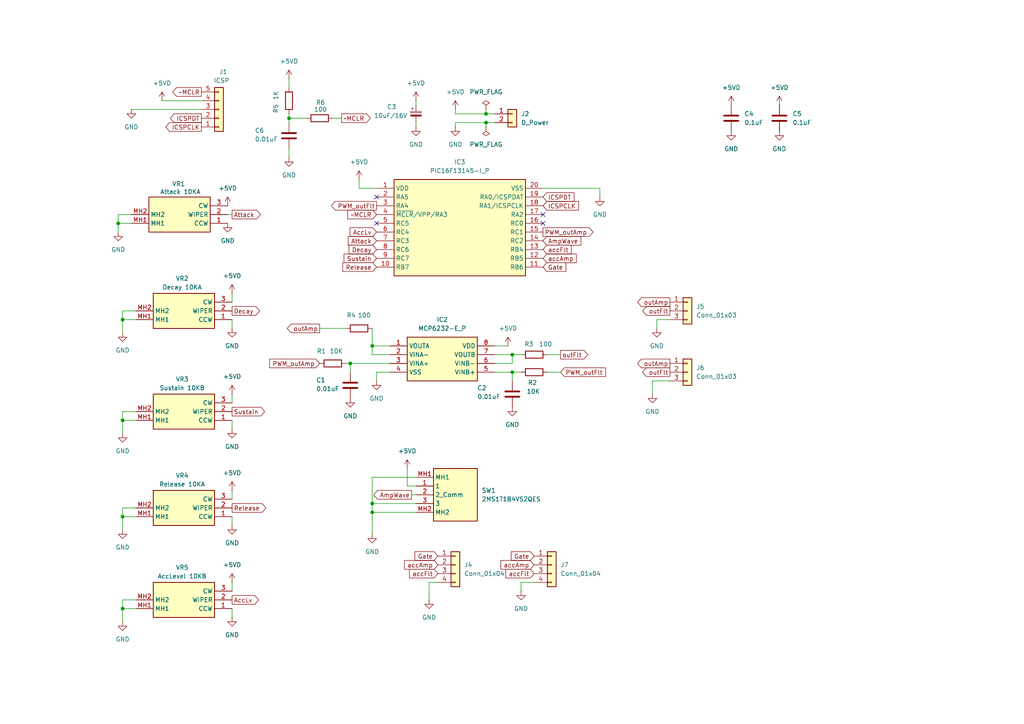
<source format=kicad_sch>
(kicad_sch (version 20250114) (generator "eeschema") (generator_version "9.0")
  (paper "A4")
  (lib_symbols
    (symbol "Connector_Generic:Conn_01x02" (pin_names (offset 1.016) (hide yes))
      (property "Reference" "J" (at 0 2.54 0))
      (property "Value" "Conn_01x02" (at 0 -5.08 0))
      (symbol "Conn_01x02_1_1"
        (rectangle (start -1.27 1.27) (end 1.27 -3.81) (stroke (width 0.254)) (fill (type background)))
        (rectangle (start -1.27 0.127) (end 0 -0.127) (stroke (width 0.1524)))
        (rectangle (start -1.27 -2.413) (end 0 -2.667) (stroke (width 0.1524)))
        (pin passive line (at -5.08 0 0) (length 3.81) (name "Pin_1") (number "1"))
        (pin passive line (at -5.08 -2.54 0) (length 3.81) (name "Pin_2") (number "2"))
      )
    )
    (symbol "Connector_Generic:Conn_01x03" (pin_names (offset 1.016) (hide yes))
      (property "Reference" "J" (at 0 5.08 0))
      (property "Value" "Conn_01x03" (at 0 -5.08 0))
      (symbol "Conn_01x03_1_1"
        (rectangle (start -1.27 3.81) (end 1.27 -3.81) (stroke (width 0.254)) (fill (type background)))
        (rectangle (start -1.27 2.667) (end 0 2.413) (stroke (width 0.1524)))
        (rectangle (start -1.27 0.127) (end 0 -0.127) (stroke (width 0.1524)))
        (rectangle (start -1.27 -2.413) (end 0 -2.667) (stroke (width 0.1524)))
        (pin passive line (at -5.08 2.54 0) (length 3.81) (name "Pin_1") (number "1"))
        (pin passive line (at -5.08 0 0) (length 3.81) (name "Pin_2") (number "2"))
        (pin passive line (at -5.08 -2.54 0) (length 3.81) (name "Pin_3") (number "3"))
      )
    )
    (symbol "Connector_Generic:Conn_01x04" (pin_names (offset 1.016) (hide yes))
      (property "Reference" "J" (at 0 5.08 0))
      (property "Value" "Conn_01x04" (at 0 -7.62 0))
      (symbol "Conn_01x04_1_1"
        (rectangle (start -1.27 3.81) (end 1.27 -6.35) (stroke (width 0.254)) (fill (type background)))
        (rectangle (start -1.27 2.667) (end 0 2.413) (stroke (width 0.1524)))
        (rectangle (start -1.27 0.127) (end 0 -0.127) (stroke (width 0.1524)))
        (rectangle (start -1.27 -2.413) (end 0 -2.667) (stroke (width 0.1524)))
        (rectangle (start -1.27 -4.953) (end 0 -5.207) (stroke (width 0.1524)))
        (pin passive line (at -5.08 2.54 0) (length 3.81) (name "Pin_1") (number "1"))
        (pin passive line (at -5.08 0 0) (length 3.81) (name "Pin_2") (number "2"))
        (pin passive line (at -5.08 -2.54 0) (length 3.81) (name "Pin_3") (number "3"))
        (pin passive line (at -5.08 -5.08 0) (length 3.81) (name "Pin_4") (number "4"))
      )
    )
    (symbol "Connector_Generic:Conn_01x05" (pin_names (offset 1.016) (hide yes))
      (property "Reference" "J" (at 0 7.62 0))
      (property "Value" "Conn_01x05" (at 0 -7.62 0))
      (symbol "Conn_01x05_1_1"
        (rectangle (start -1.27 6.35) (end 1.27 -6.35) (stroke (width 0.254)) (fill (type background)))
        (rectangle (start -1.27 5.207) (end 0 4.953) (stroke (width 0.1524)))
        (rectangle (start -1.27 2.667) (end 0 2.413) (stroke (width 0.1524)))
        (rectangle (start -1.27 0.127) (end 0 -0.127) (stroke (width 0.1524)))
        (rectangle (start -1.27 -2.413) (end 0 -2.667) (stroke (width 0.1524)))
        (rectangle (start -1.27 -4.953) (end 0 -5.207) (stroke (width 0.1524)))
        (pin passive line (at -5.08 5.08 0) (length 3.81) (name "Pin_1") (number "1"))
        (pin passive line (at -5.08 2.54 0) (length 3.81) (name "Pin_2") (number "2"))
        (pin passive line (at -5.08 0 0) (length 3.81) (name "Pin_3") (number "3"))
        (pin passive line (at -5.08 -2.54 0) (length 3.81) (name "Pin_4") (number "4"))
        (pin passive line (at -5.08 -5.08 0) (length 3.81) (name "Pin_5") (number "5"))
      )
    )
    (symbol "Device:C" (pin_numbers (hide yes)) (pin_names (offset 0.254))
      (property "Reference" "C" (at 0.635 2.54 0))
      (property "Value" "C" (at 0.635 -2.54 0))
      (symbol "C_0_1"
        (polyline (pts (xy -2.032 0.762) (xy 2.032 0.762)) (stroke (width 0.508)))
        (polyline (pts (xy -2.032 -0.762) (xy 2.032 -0.762)) (stroke (width 0.508)))
      )
      (symbol "C_1_1"
        (pin passive line (at 0 3.81 270) (length 2.794) (name "~") (number "1"))
        (pin passive line (at 0 -3.81 90) (length 2.794) (name "~") (number "2"))
      )
    )
    (symbol "Device:C_Polarized_Small" (pin_numbers (hide yes)) (pin_names (offset 0.254) (hide yes))
      (property "Reference" "C" (at 0.254 1.778 0))
      (property "Value" "C_Polarized_Small" (at 0.254 -2.032 0))
      (symbol "C_Polarized_Small_0_1"
        (rectangle (start -1.524 0.6858) (end 1.524 0.3048))
        (rectangle (start -1.524 -0.3048) (end 1.524 -0.6858) (fill (type outline)))
        (polyline (pts (xy -1.27 1.524) (xy -0.762 1.524)))
        (polyline (pts (xy -1.016 1.27) (xy -1.016 1.778)))
      )
      (symbol "C_Polarized_Small_1_1"
        (pin passive line (at 0 2.54 270) (length 1.8542) (name "~") (number "1"))
        (pin passive line (at 0 -2.54 90) (length 1.8542) (name "~") (number "2"))
      )
    )
    (symbol "Device:R" (pin_numbers (hide yes)) (pin_names (offset 0))
      (property "Reference" "R" (at 2.032 0 90))
      (property "Value" "R" (at 0 0 90))
      (symbol "R_0_1"
        (rectangle (start -1.016 -2.54) (end 1.016 2.54) (stroke (width 0.254)))
      )
      (symbol "R_1_1"
        (pin passive line (at 0 3.81 270) (length 1.27) (name "~") (number "1"))
        (pin passive line (at 0 -3.81 90) (length 1.27) (name "~") (number "2"))
      )
    )
    (symbol "SamacSys_Parts:2MS1T1B4VS2QES"
      (property "Reference" "IC" (at 19.05 7.62 0))
      (property "Value" "2MS1T1B4VS2QES" (at 19.05 5.08 0))
      (symbol "2MS1T1B4VS2QES_1_1"
        (rectangle (start 5.08 2.54) (end 17.78 -12.7) (stroke (width 0.254)) (fill (type background)))
        (pin passive line (at 0 0 0) (length 5.08) (name "MH1") (number "MH1"))
        (pin passive line (at 0 -2.54 0) (length 5.08) (name "1") (number "1"))
        (pin passive line (at 0 -5.08 0) (length 5.08) (name "2_Comm") (number "2"))
        (pin passive line (at 0 -7.62 0) (length 5.08) (name "3") (number "3"))
        (pin passive line (at 0 -10.16 0) (length 5.08) (name "MH2") (number "MH2"))
      )
    )
    (symbol "SamacSys_Parts:MCP6232-E_P"
      (property "Reference" "IC" (at 26.67 7.62 0))
      (property "Value" "MCP6232-E_P" (at 26.67 5.08 0))
      (symbol "MCP6232-E_P_1_1"
        (rectangle (start 5.08 2.54) (end 25.4 -10.16) (stroke (width 0.254)) (fill (type background)))
        (pin passive line (at 0 0 0) (length 5.08) (name "VOUTA") (number "1"))
        (pin passive line (at 0 -2.54 0) (length 5.08) (name "VINA-") (number "2"))
        (pin passive line (at 0 -5.08 0) (length 5.08) (name "VINA+") (number "3"))
        (pin passive line (at 0 -7.62 0) (length 5.08) (name "VSS") (number "4"))
        (pin passive line (at 30.48 0 180) (length 5.08) (name "VDD") (number "8"))
        (pin passive line (at 30.48 -2.54 180) (length 5.08) (name "VOUTB") (number "7"))
        (pin passive line (at 30.48 -5.08 180) (length 5.08) (name "VINB-") (number "6"))
        (pin passive line (at 30.48 -7.62 180) (length 5.08) (name "VINB+") (number "5"))
      )
    )
    (symbol "SamacSys_Parts:PIC16F13145-I_P"
      (property "Reference" "IC" (at 44.45 7.62 0))
      (property "Value" "PIC16F13145-I_P" (at 44.45 5.08 0))
      (symbol "PIC16F13145-I_P_1_1"
        (rectangle (start 5.08 2.54) (end 43.18 -25.4) (stroke (width 0.254)) (fill (type background)))
        (pin passive line (at 0 0 0) (length 5.08) (name "VDD") (number "1"))
        (pin passive line (at 0 -2.54 0) (length 5.08) (name "RA5") (number "2"))
        (pin passive line (at 0 -5.08 0) (length 5.08) (name "RA4") (number "3"))
        (pin passive line (at 0 -7.62 0) (length 5.08) (name "~{MCLR}/VPP/RA3") (number "4"))
        (pin passive line (at 0 -10.16 0) (length 5.08) (name "RC5") (number "5"))
        (pin passive line (at 0 -12.7 0) (length 5.08) (name "RC4") (number "6"))
        (pin passive line (at 0 -15.24 0) (length 5.08) (name "RC3") (number "7"))
        (pin passive line (at 0 -17.78 0) (length 5.08) (name "RC6") (number "8"))
        (pin passive line (at 0 -20.32 0) (length 5.08) (name "RC7") (number "9"))
        (pin passive line (at 0 -22.86 0) (length 5.08) (name "RB7") (number "10"))
        (pin passive line (at 48.26 0 180) (length 5.08) (name "VSS") (number "20"))
        (pin passive line (at 48.26 -2.54 180) (length 5.08) (name "RA0/ICSPDAT") (number "19"))
        (pin passive line (at 48.26 -5.08 180) (length 5.08) (name "RA1/ICSPCLK") (number "18"))
        (pin passive line (at 48.26 -7.62 180) (length 5.08) (name "RA2") (number "17"))
        (pin passive line (at 48.26 -10.16 180) (length 5.08) (name "RC0") (number "16"))
        (pin passive line (at 48.26 -12.7 180) (length 5.08) (name "RC1") (number "15"))
        (pin passive line (at 48.26 -15.24 180) (length 5.08) (name "RC2") (number "14"))
        (pin passive line (at 48.26 -17.78 180) (length 5.08) (name "RB4") (number "13"))
        (pin passive line (at 48.26 -20.32 180) (length 5.08) (name "RB5") (number "12"))
        (pin passive line (at 48.26 -22.86 180) (length 5.08) (name "RB6") (number "11"))
      )
    )
    (symbol "SamacSys_Parts:RK09D117000B"
      (property "Reference" "VR" (at 24.13 7.62 0))
      (property "Value" "RK09D117000B" (at 24.13 5.08 0))
      (symbol "RK09D117000B_1_1"
        (rectangle (start 5.08 2.54) (end 22.86 -7.62) (stroke (width 0.254)) (fill (type background)))
        (pin passive line (at 0 0 0) (length 5.08) (name "CCW") (number "1"))
        (pin passive line (at 0 -2.54 0) (length 5.08) (name "WIPER") (number "2"))
        (pin passive line (at 0 -5.08 0) (length 5.08) (name "CW") (number "3"))
        (pin passive line (at 27.94 0 180) (length 5.08) (name "MH1") (number "MH1"))
        (pin passive line (at 27.94 -2.54 180) (length 5.08) (name "MH2") (number "MH2"))
      )
    )
    (symbol "power:+5VD" (power) (pin_numbers (hide yes)) (pin_names (offset 0) (hide yes))
      (property "Value" "+5VD" (at 0 3.556 0))
      (symbol "+5VD_0_1"
        (polyline (pts (xy -0.762 1.27) (xy 0 2.54)))
        (polyline (pts (xy 0 2.54) (xy 0.762 1.27)))
        (polyline (pts (xy 0 0) (xy 0 2.54)))
      )
      (symbol "+5VD_1_1"
        (pin power_in line (at 0 0 90) (length 0) (name "~") (number "1"))
      )
    )
    (symbol "power:GND" (power) (pin_numbers (hide yes)) (pin_names (offset 0) (hide yes))
      (property "Value" "GND" (at 0 -3.81 0))
      (symbol "GND_0_1"
        (polyline (pts (xy 0 0) (xy 0 -1.27) (xy 1.27 -1.27) (xy 0 -2.54) (xy -1.27 -1.27) (xy 0 -1.27)))
      )
      (symbol "GND_1_1"
        (pin power_in line (at 0 0 270) (length 0) (name "~") (number "1"))
      )
    )
    (symbol "power:PWR_FLAG" (power) (pin_numbers (hide yes)) (pin_names (offset 0) (hide yes))
      (property "Value" "PWR_FLAG" (at 0 3.81 0))
      (symbol "PWR_FLAG_0_0"
        (pin power_out line (at 0 0 90) (length 0) (name "~") (number "1"))
      )
      (symbol "PWR_FLAG_0_1"
        (polyline (pts (xy 0 0) (xy 0 1.27) (xy -1.016 1.905) (xy 0 2.54) (xy 1.016 1.905) (xy 0 1.27)))
      )
    )
  )
  (junction (at 34.29 64.77))
  (junction (at 35.56 176.53))
  (junction (at 140.97 33.02))
  (junction (at 35.56 149.86))
  (junction (at 107.95 100.33))
  (junction (at 83.82 34.29))
  (junction (at 140.97 35.56))
  (junction (at 148.59 107.95))
  (junction (at 148.59 102.87))
  (junction (at 35.56 92.71))
  (junction (at 107.95 146.05))
  (junction (at 35.56 121.92))
  (junction (at 107.95 148.59))
  (junction (at 101.6 105.41))
  (no_connect (at 157.48 62.23))
  (no_connect (at 109.22 57.15))
  (no_connect (at 109.22 64.77))
  (no_connect (at 157.48 64.77))
  (wire (pts (xy 162.56 107.95) (xy 158.75 107.95)))
  (wire (pts (xy 39.37 176.53) (xy 35.56 176.53)))
  (wire (pts (xy 119.38 143.51) (xy 120.65 143.51)))
  (wire (pts (xy 35.56 119.38) (xy 35.56 121.92)))
  (wire (pts (xy 151.13 102.87) (xy 148.59 102.87)))
  (wire (pts (xy 140.97 35.56) (xy 132.08 35.56)))
  (wire (pts (xy 113.03 102.87) (xy 107.95 102.87)))
  (wire (pts (xy 107.95 100.33) (xy 113.03 100.33)))
  (wire (pts (xy 173.99 57.15) (xy 173.99 54.61)))
  (wire (pts (xy 100.33 105.41) (xy 101.6 105.41)))
  (wire (pts (xy 132.08 33.02) (xy 132.08 31.75)))
  (wire (pts (xy 101.6 105.41) (xy 113.03 105.41)))
  (wire (pts (xy 132.08 35.56) (xy 132.08 36.83)))
  (wire (pts (xy 107.95 146.05) (xy 107.95 148.59)))
  (wire (pts (xy 148.59 102.87) (xy 143.51 102.87)))
  (wire (pts (xy 124.46 168.91) (xy 127 168.91)))
  (wire (pts (xy 190.5 92.71) (xy 194.31 92.71)))
  (wire (pts (xy 39.37 147.32) (xy 35.56 147.32)))
  (wire (pts (xy 143.51 105.41) (xy 148.59 105.41)))
  (wire (pts (xy 190.5 92.71) (xy 190.5 95.25)))
  (wire (pts (xy 148.59 107.95) (xy 148.59 110.49)))
  (wire (pts (xy 189.23 110.49) (xy 189.23 114.3)))
  (wire (pts (xy 39.37 121.92) (xy 35.56 121.92)))
  (wire (pts (xy 162.56 102.87) (xy 158.75 102.87)))
  (wire (pts (xy 35.56 176.53) (xy 35.56 180.34)))
  (wire (pts (xy 109.22 54.61) (xy 104.14 54.61)))
  (wire (pts (xy 67.31 142.24) (xy 67.31 144.78)))
  (wire (pts (xy 83.82 34.29) (xy 83.82 35.56)))
  (wire (pts (xy 140.97 36.83) (xy 140.97 35.56)))
  (wire (pts (xy 39.37 173.99) (xy 35.56 173.99)))
  (wire (pts (xy 124.46 173.99) (xy 124.46 168.91)))
  (wire (pts (xy 107.95 102.87) (xy 107.95 100.33)))
  (wire (pts (xy 39.37 149.86) (xy 35.56 149.86)))
  (wire (pts (xy 143.51 33.02) (xy 140.97 33.02)))
  (wire (pts (xy 39.37 92.71) (xy 35.56 92.71)))
  (wire (pts (xy 83.82 43.18) (xy 83.82 45.72)))
  (wire (pts (xy 34.29 62.23) (xy 34.29 64.77)))
  (wire (pts (xy 38.1 64.77) (xy 34.29 64.77)))
  (wire (pts (xy 35.56 121.92) (xy 35.56 125.73)))
  (wire (pts (xy 67.31 85.09) (xy 67.31 87.63)))
  (wire (pts (xy 67.31 92.71) (xy 67.31 95.25)))
  (wire (pts (xy 107.95 146.05) (xy 120.65 146.05)))
  (wire (pts (xy 107.95 138.43) (xy 107.95 146.05)))
  (wire (pts (xy 35.56 147.32) (xy 35.56 149.86)))
  (wire (pts (xy 83.82 22.86) (xy 83.82 25.4)))
  (wire (pts (xy 120.65 140.97) (xy 118.11 140.97)))
  (wire (pts (xy 107.95 95.25) (xy 107.95 100.33)))
  (wire (pts (xy 143.51 100.33) (xy 147.32 100.33)))
  (wire (pts (xy 140.97 33.02) (xy 132.08 33.02)))
  (wire (pts (xy 107.95 138.43) (xy 120.65 138.43)))
  (wire (pts (xy 101.6 105.41) (xy 101.6 107.95)))
  (wire (pts (xy 38.1 62.23) (xy 34.29 62.23)))
  (wire (pts (xy 148.59 107.95) (xy 151.13 107.95)))
  (wire (pts (xy 83.82 33.02) (xy 83.82 34.29)))
  (wire (pts (xy 109.22 107.95) (xy 109.22 110.49)))
  (wire (pts (xy 120.65 36.83) (xy 120.65 35.56)))
  (wire (pts (xy 46.99 29.21) (xy 58.42 29.21)))
  (wire (pts (xy 67.31 168.91) (xy 67.31 171.45)))
  (wire (pts (xy 151.13 171.45) (xy 151.13 168.91)))
  (wire (pts (xy 140.97 31.75) (xy 140.97 33.02)))
  (wire (pts (xy 39.37 90.17) (xy 35.56 90.17)))
  (wire (pts (xy 118.11 140.97) (xy 118.11 135.89)))
  (wire (pts (xy 35.56 92.71) (xy 35.56 96.52)))
  (wire (pts (xy 96.52 34.29) (xy 99.06 34.29)))
  (wire (pts (xy 194.31 110.49) (xy 189.23 110.49)))
  (wire (pts (xy 38.1 31.75) (xy 58.42 31.75)))
  (wire (pts (xy 67.31 62.23) (xy 66.04 62.23)))
  (wire (pts (xy 35.56 149.86) (xy 35.56 153.67)))
  (wire (pts (xy 143.51 35.56) (xy 140.97 35.56)))
  (wire (pts (xy 92.71 95.25) (xy 100.33 95.25)))
  (wire (pts (xy 151.13 168.91) (xy 154.94 168.91)))
  (wire (pts (xy 67.31 149.86) (xy 67.31 152.4)))
  (wire (pts (xy 67.31 114.3) (xy 67.31 116.84)))
  (wire (pts (xy 157.48 54.61) (xy 173.99 54.61)))
  (wire (pts (xy 35.56 173.99) (xy 35.56 176.53)))
  (wire (pts (xy 34.29 64.77) (xy 34.29 67.31)))
  (wire (pts (xy 67.31 121.92) (xy 67.31 124.46)))
  (wire (pts (xy 83.82 34.29) (xy 88.9 34.29)))
  (wire (pts (xy 67.31 176.53) (xy 67.31 179.07)))
  (wire (pts (xy 148.59 105.41) (xy 148.59 102.87)))
  (wire (pts (xy 104.14 54.61) (xy 104.14 52.07)))
  (wire (pts (xy 35.56 90.17) (xy 35.56 92.71)))
  (wire (pts (xy 143.51 107.95) (xy 148.59 107.95)))
  (wire (pts (xy 107.95 148.59) (xy 120.65 148.59)))
  (wire (pts (xy 120.65 29.21) (xy 120.65 30.48)))
  (wire (pts (xy 113.03 107.95) (xy 109.22 107.95)))
  (wire (pts (xy 107.95 148.59) (xy 107.95 154.94)))
  (wire (pts (xy 39.37 119.38) (xy 35.56 119.38)))
  (global_label "ICSPCLK" (shape output) (at 58.42 36.83 180) (property "Intersheetrefs" "${INTERSHEET_REFS}" (effects (hide yes))))
  (global_label "Decay" (shape output) (at 67.31 90.17 0) (property "Intersheetrefs" "${INTERSHEET_REFS}" (effects (hide yes))))
  (global_label "outFlt" (shape output) (at 194.31 90.17 180) (property "Intersheetrefs" "${INTERSHEET_REFS}" (effects (hide yes))))
  (global_label "AmpWave" (shape input) (at 157.48 69.85 0) (property "Intersheetrefs" "${INTERSHEET_REFS}" (effects (hide yes))))
  (global_label "~MCLR" (shape output) (at 58.42 26.67 180) (property "Intersheetrefs" "${INTERSHEET_REFS}" (effects (hide yes))))
  (global_label "Gate" (shape input) (at 157.48 77.47 0) (property "Intersheetrefs" "${INTERSHEET_REFS}" (effects (hide yes))))
  (global_label "AccLv" (shape input) (at 109.22 67.31 180) (property "Intersheetrefs" "${INTERSHEET_REFS}" (effects (hide yes))))
  (global_label "AmpWave" (shape output) (at 119.38 143.51 180) (property "Intersheetrefs" "${INTERSHEET_REFS}" (effects (hide yes))))
  (global_label "Decay" (shape input) (at 109.22 72.39 180) (property "Intersheetrefs" "${INTERSHEET_REFS}" (effects (hide yes))))
  (global_label "PWM_outFlt" (shape input) (at 162.56 107.95 0) (property "Intersheetrefs" "${INTERSHEET_REFS}" (effects (hide yes))))
  (global_label "accFlt" (shape input) (at 127 166.37 180) (property "Intersheetrefs" "${INTERSHEET_REFS}" (effects (hide yes))))
  (global_label "PWM_outAmp" (shape input) (at 92.71 105.41 180) (property "Intersheetrefs" "${INTERSHEET_REFS}" (effects (hide yes))))
  (global_label "Release" (shape input) (at 109.22 77.47 180) (property "Intersheetrefs" "${INTERSHEET_REFS}" (effects (hide yes))))
  (global_label "outAmp" (shape output) (at 92.71 95.25 180) (property "Intersheetrefs" "${INTERSHEET_REFS}" (effects (hide yes))))
  (global_label "outFlt" (shape output) (at 162.56 102.87 0) (property "Intersheetrefs" "${INTERSHEET_REFS}" (effects (hide yes))))
  (global_label "ICSPCLK" (shape input) (at 157.48 59.69 0) (property "Intersheetrefs" "${INTERSHEET_REFS}" (effects (hide yes))))
  (global_label "Gate" (shape input) (at 127 161.29 180) (property "Intersheetrefs" "${INTERSHEET_REFS}" (effects (hide yes))))
  (global_label "PWM_outAmp" (shape output) (at 157.48 67.31 0) (property "Intersheetrefs" "${INTERSHEET_REFS}" (effects (hide yes))))
  (global_label "Gate" (shape input) (at 154.94 161.29 180) (property "Intersheetrefs" "${INTERSHEET_REFS}" (effects (hide yes))))
  (global_label "outAmp" (shape output) (at 194.31 105.41 180) (property "Intersheetrefs" "${INTERSHEET_REFS}" (effects (hide yes))))
  (global_label "accFlt" (shape input) (at 154.94 166.37 180) (property "Intersheetrefs" "${INTERSHEET_REFS}" (effects (hide yes))))
  (global_label "PWM_outFlt" (shape output) (at 109.22 59.69 180) (property "Intersheetrefs" "${INTERSHEET_REFS}" (effects (hide yes))))
  (global_label "accAmp" (shape input) (at 154.94 163.83 180) (property "Intersheetrefs" "${INTERSHEET_REFS}" (effects (hide yes))))
  (global_label "Release" (shape output) (at 67.31 147.32 0) (property "Intersheetrefs" "${INTERSHEET_REFS}" (effects (hide yes))))
  (global_label "~MCLR" (shape input) (at 109.22 62.23 180) (property "Intersheetrefs" "${INTERSHEET_REFS}" (effects (hide yes))))
  (global_label "AccLv" (shape output) (at 67.31 173.99 0) (property "Intersheetrefs" "${INTERSHEET_REFS}" (effects (hide yes))))
  (global_label "accAmp" (shape input) (at 157.48 74.93 0) (property "Intersheetrefs" "${INTERSHEET_REFS}" (effects (hide yes))))
  (global_label "accFlt" (shape input) (at 157.48 72.39 0) (property "Intersheetrefs" "${INTERSHEET_REFS}" (effects (hide yes))))
  (global_label "~MCLR" (shape output) (at 99.06 34.29 0) (property "Intersheetrefs" "${INTERSHEET_REFS}" (effects (hide yes))))
  (global_label "accAmp" (shape input) (at 127 163.83 180) (property "Intersheetrefs" "${INTERSHEET_REFS}" (effects (hide yes))))
  (global_label "Attack" (shape input) (at 109.22 69.85 180) (property "Intersheetrefs" "${INTERSHEET_REFS}" (effects (hide yes))))
  (global_label "ICSPDT" (shape input) (at 157.48 57.15 0) (property "Intersheetrefs" "${INTERSHEET_REFS}" (effects (hide yes))))
  (global_label "outFlt" (shape output) (at 194.31 107.95 180) (property "Intersheetrefs" "${INTERSHEET_REFS}" (effects (hide yes))))
  (global_label "ICSPDT" (shape output) (at 58.42 34.29 180) (property "Intersheetrefs" "${INTERSHEET_REFS}" (effects (hide yes))))
  (global_label "Sustain" (shape output) (at 67.31 119.38 0) (property "Intersheetrefs" "${INTERSHEET_REFS}" (effects (hide yes))))
  (global_label "Attack" (shape output) (at 67.31 62.23 0) (property "Intersheetrefs" "${INTERSHEET_REFS}" (effects (hide yes))))
  (global_label "outAmp" (shape output) (at 194.31 87.63 180) (property "Intersheetrefs" "${INTERSHEET_REFS}" (effects (hide yes))))
  (global_label "Sustain" (shape input) (at 109.22 74.93 180) (property "Intersheetrefs" "${INTERSHEET_REFS}" (effects (hide yes))))
  (symbol (lib_id "power:GND") (at 226.06 38.1 0) (unit 1)
    (property "Reference" "#PWR037" (effects (hide yes)))
    (property "Value" "GND" (at 226.06 43.18 0))
    (property "Description" "Power symbol creates a global label with name \"GND\" , ground" (effects (hide yes)))
  )
  (symbol (lib_id "power:GND") (at 148.59 118.11 0) (unit 1)
    (property "Reference" "#PWR02" (effects (hide yes)))
    (property "Value" "GND" (at 148.59 123.19 0))
    (property "Description" "Power symbol creates a global label with name \"GND\" , ground" (effects (hide yes)))
  )
  (symbol (lib_id "power:+5VD") (at 67.31 142.24 0) (unit 1)
    (property "Reference" "#PWR019" (effects (hide yes)))
    (property "Value" "+5VD" (at 67.31 137.16 0))
    (property "Description" "Power symbol creates a global label with name \"+5VD\"" (effects (hide yes)))
  )
  (symbol (lib_id "power:PWR_FLAG") (at 140.97 36.83 180) (unit 1)
    (property "Reference" "#FLG02" (effects (hide yes)))
    (property "Value" "PWR_FLAG" (at 140.97 41.91 0))
    (property "Description" "Special symbol for telling ERC where power comes from" (effects (hide yes)))
  )
  (symbol (lib_id "power:GND") (at 34.29 67.31 0) (unit 1)
    (property "Reference" "#PWR09" (effects (hide yes)))
    (property "Value" "GND" (at 34.29 72.39 0))
    (property "Description" "Power symbol creates a global label with name \"GND\" , ground" (effects (hide yes)))
  )
  (symbol (lib_id "Device:C_Polarized_Small") (at 120.65 33.02 0) (unit 1)
    (property "Reference" "C3" (at 112.268 30.988 0) (effects (justify left)))
    (property "Value" "10uF/16V" (at 108.458 33.528 0) (effects (justify left)))
    (property "Footprint" "Capacitor_THT:CP_Radial_D5.0mm_P2.50mm" (effects (hide yes)))
    (property "Description" "Polarized capacitor, small symbol" (effects (hide yes)))
  )
  (symbol (lib_id "power:+5VD") (at 132.08 31.75 0) (unit 1)
    (property "Reference" "#PWR023" (effects (hide yes)))
    (property "Value" "+5VD" (at 132.08 26.67 0))
    (property "Description" "Power symbol creates a global label with name \"+5VD\"" (effects (hide yes)))
  )
  (symbol (lib_id "power:GND") (at 107.95 154.94 0) (unit 1)
    (property "Reference" "#PWR031" (effects (hide yes)))
    (property "Value" "GND" (at 107.95 160.02 0))
    (property "Description" "Power symbol creates a global label with name \"GND\" , ground" (effects (hide yes)))
  )
  (symbol (lib_id "SamacSys_Parts:RK09D117000B") (at 67.31 149.86 180) (unit 1)
    (property "Reference" "VR4" (at 52.832 137.922 0))
    (property "Value" "Release 10KA" (at 52.832 140.462 0))
    (property "Footprint" "SamacSys_Parts:RK09D117000B" (effects (hide yes)))
    (property "Datasheet" "https://tech.alpsalpine.com/prod/j/html/potentiometer/rotarypotentiometers/rk09k/rk09d117000b.html" (effects (hide yes)))
    (property "Description" "9-inch insulated shaft snap-in type RK09K/RK09D series" (effects (hide yes)))
    (property "Height" "30" (effects (hide yes)))
    (property "Manufacturer_Name" "ALPS Electric" (effects (hide yes)))
    (property "Manufacturer_Part_Number" "RK09D117000B" (effects (hide yes)))
    (property "Mouser Part Number" "688-RK09D117000B" (effects (hide yes)))
    (property "Mouser Price/Stock" "https://www.mouser.co.uk/ProductDetail/Alps-Alpine/RK09D117000B?qs=3cOf6TWd2rbc67829PEbEQ%3D%3D" (effects (hide yes)))
  )
  (symbol (lib_id "power:+5VD") (at 67.31 168.91 0) (unit 1)
    (property "Reference" "#PWR08" (effects (hide yes)))
    (property "Value" "+5VD" (at 67.31 163.83 0))
    (property "Description" "Power symbol creates a global label with name \"+5VD\"" (effects (hide yes)))
  )
  (symbol (lib_id "Device:R") (at 154.94 107.95 90) (unit 1)
    (property "Reference" "R2" (at 154.432 110.998 90))
    (property "Value" "10K" (at 154.686 113.538 90))
    (property "Footprint" "Resistor_THT:R_Axial_DIN0204_L3.6mm_D1.6mm_P2.54mm_Vertical" (effects (hide yes)))
    (property "Description" "Resistor" (effects (hide yes)))
  )
  (symbol (lib_id "Connector_Generic:Conn_01x05") (at 63.5 31.75 0) (mirror x) (unit 1)
    (property "Reference" "J1" (at 64.77 20.828 0))
    (property "Value" "ICSP" (at 64.262 23.368 0))
    (property "Footprint" "Connector_PinHeader_2.54mm:PinHeader_1x05_P2.54mm_Horizontal" (effects (hide yes)))
    (property "Description" "Generic connector, single row, 01x05, script generated (kicad-library-utils/schlib/autogen/connector/)" (effects (hide yes)))
  )
  (symbol (lib_id "power:GND") (at 66.04 64.77 0) (mirror y) (unit 1)
    (property "Reference" "#PWR012" (effects (hide yes)))
    (property "Value" "GND" (at 66.04 69.85 0))
    (property "Description" "Power symbol creates a global label with name \"GND\" , ground" (effects (hide yes)))
  )
  (symbol (lib_id "Connector_Generic:Conn_01x04") (at 160.02 163.83 0) (unit 1)
    (property "Reference" "J7" (at 162.56 163.8299 0) (effects (justify left)))
    (property "Value" "Conn_01x04" (at 162.56 166.3699 0) (effects (justify left)))
    (property "Footprint" "Connector_PinHeader_2.54mm:PinHeader_1x04_P2.54mm_Vertical" (effects (hide yes)))
    (property "Description" "Generic connector, single row, 01x04, script generated (kicad-library-utils/schlib/autogen/connector/)" (effects (hide yes)))
  )
  (symbol (lib_id "power:+5VD") (at 67.31 114.3 0) (unit 1)
    (property "Reference" "#PWR016" (effects (hide yes)))
    (property "Value" "+5VD" (at 67.31 109.22 0))
    (property "Description" "Power symbol creates a global label with name \"+5VD\"" (effects (hide yes)))
  )
  (symbol (lib_id "Connector_Generic:Conn_01x03") (at 199.39 90.17 0) (unit 1)
    (property "Reference" "J5" (at 201.93 88.8999 0) (effects (justify left)))
    (property "Value" "Conn_01x03" (at 201.93 91.4399 0) (effects (justify left)))
    (property "Footprint" "Connector_PinHeader_2.54mm:PinHeader_1x03_P2.54mm_Vertical" (effects (hide yes)))
    (property "Description" "Generic connector, single row, 01x03, script generated (kicad-library-utils/schlib/autogen/connector/)" (effects (hide yes)))
  )
  (symbol (lib_id "power:GND") (at 67.31 124.46 0) (unit 1)
    (property "Reference" "#PWR017" (effects (hide yes)))
    (property "Value" "GND" (at 67.31 129.54 0))
    (property "Description" "Power symbol creates a global label with name \"GND\" , ground" (effects (hide yes)))
  )
  (symbol (lib_id "power:+5VD") (at 46.99 29.21 0) (mirror y) (unit 1)
    (property "Reference" "#PWR06" (effects (hide yes)))
    (property "Value" "+5VD" (at 46.99 24.13 0))
    (property "Description" "Power symbol creates a global label with name \"+5VD\"" (effects (hide yes)))
  )
  (symbol (lib_id "SamacSys_Parts:2MS1T1B4VS2QES") (at 120.65 138.43 0) (unit 1)
    (property "Reference" "SW1" (at 139.7 142.2399 0) (effects (justify left)))
    (property "Value" "2MS1T1B4VS2QES" (at 139.7 144.7799 0) (effects (justify left)))
    (property "Footprint" "2MS1T1B4VS2QES" (effects (hide yes)))
    (property "Datasheet" "https://akizukidenshi.com/download/ds/cosland/2MS1-T1-B4-VS2-Q-E-S.pdf" (effects (hide yes)))
    (property "Description" "Toggle Switches" (effects (hide yes)))
    (property "Height" "23.61" (effects (hide yes)))
    (property "Manufacturer_Name" "Dailywell" (effects (hide yes)))
    (property "Manufacturer_Part_Number" "2MS1T1B4VS2QES" (effects (hide yes)))
    (property "Mouser Part Number" "N/A" (effects (hide yes)))
    (property "Mouser Price/Stock" "https://www.mouser.co.uk/ProductDetail/Dailywell/2MS1T1B4VS2QES?qs=Zz7%252BYVVL6bHHqAn5ycuDAQ%3D%3D" (effects (hide yes)))
  )
  (symbol (lib_id "power:GND") (at 101.6 115.57 0) (unit 1)
    (property "Reference" "#PWR01" (effects (hide yes)))
    (property "Value" "GND" (at 101.6 120.65 0))
    (property "Description" "Power symbol creates a global label with name \"GND\" , ground" (effects (hide yes)))
  )
  (symbol (lib_id "SamacSys_Parts:RK09D117000B") (at 67.31 176.53 180) (unit 1)
    (property "Reference" "VR5" (at 52.832 164.592 0))
    (property "Value" "AccLevel 10KB" (at 52.832 167.132 0))
    (property "Footprint" "SamacSys_Parts:RK09D117000B" (effects (hide yes)))
    (property "Datasheet" "https://tech.alpsalpine.com/prod/j/html/potentiometer/rotarypotentiometers/rk09k/rk09d117000b.html" (effects (hide yes)))
    (property "Description" "9-inch insulated shaft snap-in type RK09K/RK09D series" (effects (hide yes)))
    (property "Height" "30" (effects (hide yes)))
    (property "Manufacturer_Name" "ALPS Electric" (effects (hide yes)))
    (property "Manufacturer_Part_Number" "RK09D117000B" (effects (hide yes)))
    (property "Mouser Part Number" "688-RK09D117000B" (effects (hide yes)))
    (property "Mouser Price/Stock" "https://www.mouser.co.uk/ProductDetail/Alps-Alpine/RK09D117000B?qs=3cOf6TWd2rbc67829PEbEQ%3D%3D" (effects (hide yes)))
  )
  (symbol (lib_id "power:+5VD") (at 104.14 52.07 0) (unit 1)
    (property "Reference" "#PWR027" (effects (hide yes)))
    (property "Value" "+5VD" (at 104.14 46.99 0))
    (property "Description" "Power symbol creates a global label with name \"+5VD\"" (effects (hide yes)))
  )
  (symbol (lib_id "SamacSys_Parts:RK09D117000B") (at 67.31 121.92 180) (unit 1)
    (property "Reference" "VR3" (at 52.832 109.982 0))
    (property "Value" "Sustain 10KB" (at 52.832 112.522 0))
    (property "Footprint" "SamacSys_Parts:RK09D117000B" (effects (hide yes)))
    (property "Datasheet" "https://tech.alpsalpine.com/prod/j/html/potentiometer/rotarypotentiometers/rk09k/rk09d117000b.html" (effects (hide yes)))
    (property "Description" "9-inch insulated shaft snap-in type RK09K/RK09D series" (effects (hide yes)))
    (property "Height" "30" (effects (hide yes)))
    (property "Manufacturer_Name" "ALPS Electric" (effects (hide yes)))
    (property "Manufacturer_Part_Number" "RK09D117000B" (effects (hide yes)))
    (property "Mouser Part Number" "688-RK09D117000B" (effects (hide yes)))
    (property "Mouser Price/Stock" "https://www.mouser.co.uk/ProductDetail/Alps-Alpine/RK09D117000B?qs=3cOf6TWd2rbc67829PEbEQ%3D%3D" (effects (hide yes)))
  )
  (symbol (lib_id "power:+5VD") (at 118.11 135.89 0) (unit 1)
    (property "Reference" "#PWR032" (effects (hide yes)))
    (property "Value" "+5VD" (at 118.11 130.81 0))
    (property "Description" "Power symbol creates a global label with name \"+5VD\"" (effects (hide yes)))
  )
  (symbol (lib_id "SamacSys_Parts:MCP6232-E_P") (at 113.03 100.33 0) (unit 1)
    (property "Reference" "IC2" (at 128.27 92.71 0))
    (property "Value" "MCP6232-E_P" (at 128.27 95.25 0))
    (property "Footprint" "DIP781W56P254L950H533Q8N" (effects (hide yes)))
    (property "Datasheet" "https://datasheet.datasheetarchive.com/originals/dk/DKDS41/DSANUWW0026474.pdf" (effects (hide yes)))
    (property "Description" "Microchip MCP6232-E/P, Dual Op Amp, 0.3MHz CMOS, Rail to Rail, 3 V, 5 V, 8-Pin PDIP" (effects (hide yes)))
    (property "Height" "5.334" (effects (hide yes)))
    (property "Manufacturer_Name" "Microchip" (effects (hide yes)))
    (property "Manufacturer_Part_Number" "MCP6232-E/P" (effects (hide yes)))
    (property "Mouser Part Number" "579-MCP6232-E/P" (effects (hide yes)))
    (property "Mouser Price/Stock" "https://www.mouser.co.uk/ProductDetail/Microchip-Technology-Atmel/MCP6232-E-P?qs=YUl711QUJY1BDhCAUqTrLQ%3D%3D" (effects (hide yes)))
    (property "Arrow Part Number" "MCP6232-E/P" (effects (hide yes)))
    (property "Arrow Price/Stock" "https://www.arrow.com/en/products/mcp6232-ep/microchip-technology?region=nac" (effects (hide yes)))
  )
  (symbol (lib_id "power:GND") (at 38.1 31.75 0) (unit 1)
    (property "Reference" "#PWR05" (effects (hide yes)))
    (property "Value" "GND" (at 38.1 36.83 0))
    (property "Description" "Power symbol creates a global label with name \"GND\" , ground" (effects (hide yes)))
  )
  (symbol (lib_id "power:+5VD") (at 226.06 30.48 0) (unit 1)
    (property "Reference" "#PWR036" (effects (hide yes)))
    (property "Value" "+5VD" (at 226.06 25.4 0))
    (property "Description" "Power symbol creates a global label with name \"+5VD\"" (effects (hide yes)))
  )
  (symbol (lib_id "power:GND") (at 189.23 114.3 0) (unit 1)
    (property "Reference" "#PWR029" (effects (hide yes)))
    (property "Value" "GND" (at 189.23 119.38 0))
    (property "Description" "Power symbol creates a global label with name \"GND\" , ground" (effects (hide yes)))
  )
  (symbol (lib_id "power:GND") (at 35.56 180.34 0) (unit 1)
    (property "Reference" "#PWR07" (effects (hide yes)))
    (property "Value" "GND" (at 35.56 185.42 0))
    (property "Description" "Power symbol creates a global label with name \"GND\" , ground" (effects (hide yes)))
  )
  (symbol (lib_id "Device:C") (at 101.6 111.76 0) (unit 1)
    (property "Reference" "C1" (at 91.694 110.236 0) (effects (justify left)))
    (property "Value" "0.01uF" (at 91.694 112.776 0) (effects (justify left)))
    (property "Footprint" "Capacitor_THT:C_Disc_D3.4mm_W2.1mm_P2.50mm" (effects (hide yes)))
    (property "Description" "Unpolarized capacitor" (effects (hide yes)))
  )
  (symbol (lib_id "power:+5VD") (at 66.04 59.69 0) (mirror y) (unit 1)
    (property "Reference" "#PWR011" (effects (hide yes)))
    (property "Value" "+5VD" (at 66.04 54.61 0))
    (property "Description" "Power symbol creates a global label with name \"+5VD\"" (effects (hide yes)))
  )
  (symbol (lib_id "SamacSys_Parts:RK09D117000B") (at 66.04 64.77 180) (unit 1)
    (property "Reference" "VR1" (at 51.816 53.34 0))
    (property "Value" "Attack 10KA" (at 52.324 55.626 0))
    (property "Footprint" "SamacSys_Parts:RK09D117000B" (effects (hide yes)))
    (property "Datasheet" "https://tech.alpsalpine.com/prod/j/html/potentiometer/rotarypotentiometers/rk09k/rk09d117000b.html" (effects (hide yes)))
    (property "Description" "9-inch insulated shaft snap-in type RK09K/RK09D series" (effects (hide yes)))
    (property "Height" "30" (effects (hide yes)))
    (property "Manufacturer_Name" "ALPS Electric" (effects (hide yes)))
    (property "Manufacturer_Part_Number" "RK09D117000B" (effects (hide yes)))
    (property "Mouser Part Number" "688-RK09D117000B" (effects (hide yes)))
    (property "Mouser Price/Stock" "https://www.mouser.co.uk/ProductDetail/Alps-Alpine/RK09D117000B?qs=3cOf6TWd2rbc67829PEbEQ%3D%3D" (effects (hide yes)))
  )
  (symbol (lib_id "power:GND") (at 67.31 179.07 0) (unit 1)
    (property "Reference" "#PWR028" (effects (hide yes)))
    (property "Value" "GND" (at 67.31 184.15 0))
    (property "Description" "Power symbol creates a global label with name \"GND\" , ground" (effects (hide yes)))
  )
  (symbol (lib_id "Device:C") (at 212.09 34.29 0) (unit 1)
    (property "Reference" "C4" (at 215.9 33.0199 0) (effects (justify left)))
    (property "Value" "0.1uF" (at 215.9 35.5599 0) (effects (justify left)))
    (property "Footprint" "Capacitor_SMD:C_0805_2012Metric_Pad1.18x1.45mm_HandSolder" (effects (hide yes)))
    (property "Description" "Unpolarized capacitor" (effects (hide yes)))
  )
  (symbol (lib_id "power:GND") (at 67.31 152.4 0) (unit 1)
    (property "Reference" "#PWR020" (effects (hide yes)))
    (property "Value" "GND" (at 67.31 157.48 0))
    (property "Description" "Power symbol creates a global label with name \"GND\" , ground" (effects (hide yes)))
  )
  (symbol (lib_id "power:GND") (at 132.08 36.83 0) (unit 1)
    (property "Reference" "#PWR024" (effects (hide yes)))
    (property "Value" "GND" (at 132.08 41.91 0))
    (property "Description" "Power symbol creates a global label with name \"GND\" , ground" (effects (hide yes)))
  )
  (symbol (lib_id "power:GND") (at 190.5 95.25 0) (unit 1)
    (property "Reference" "#PWR025" (effects (hide yes)))
    (property "Value" "GND" (at 190.5 100.33 0))
    (property "Description" "Power symbol creates a global label with name \"GND\" , ground" (effects (hide yes)))
  )
  (symbol (lib_id "power:GND") (at 120.65 36.83 0) (unit 1)
    (property "Reference" "#PWR022" (effects (hide yes)))
    (property "Value" "GND" (at 120.65 41.91 0))
    (property "Description" "Power symbol creates a global label with name \"GND\" , ground" (effects (hide yes)))
  )
  (symbol (lib_id "power:+5VD") (at 83.82 22.86 0) (unit 1)
    (property "Reference" "#PWR038" (effects (hide yes)))
    (property "Value" "+5VD" (at 83.82 17.78 0))
    (property "Description" "Power symbol creates a global label with name \"+5VD\"" (effects (hide yes)))
  )
  (symbol (lib_id "power:+5VD") (at 120.65 29.21 0) (unit 1)
    (property "Reference" "#PWR021" (effects (hide yes)))
    (property "Value" "+5VD" (at 120.65 24.13 0))
    (property "Description" "Power symbol creates a global label with name \"+5VD\"" (effects (hide yes)))
  )
  (symbol (lib_id "power:GND") (at 35.56 153.67 0) (unit 1)
    (property "Reference" "#PWR018" (effects (hide yes)))
    (property "Value" "GND" (at 35.56 158.75 0))
    (property "Description" "Power symbol creates a global label with name \"GND\" , ground" (effects (hide yes)))
  )
  (symbol (lib_id "power:GND") (at 83.82 45.72 0) (unit 1)
    (property "Reference" "#PWR039" (effects (hide yes)))
    (property "Value" "GND" (at 83.82 50.8 0))
    (property "Description" "Power symbol creates a global label with name \"GND\" , ground" (effects (hide yes)))
  )
  (symbol (lib_id "power:PWR_FLAG") (at 140.97 31.75 0) (unit 1)
    (property "Reference" "#FLG01" (effects (hide yes)))
    (property "Value" "PWR_FLAG" (at 140.97 26.67 0))
    (property "Description" "Special symbol for telling ERC where power comes from" (effects (hide yes)))
  )
  (symbol (lib_id "SamacSys_Parts:RK09D117000B") (at 67.31 92.71 180) (unit 1)
    (property "Reference" "VR2" (at 52.832 80.772 0))
    (property "Value" "Decay 10KA" (at 52.832 83.312 0))
    (property "Footprint" "SamacSys_Parts:RK09D117000B" (effects (hide yes)))
    (property "Datasheet" "https://tech.alpsalpine.com/prod/j/html/potentiometer/rotarypotentiometers/rk09k/rk09d117000b.html" (effects (hide yes)))
    (property "Description" "9-inch insulated shaft snap-in type RK09K/RK09D series" (effects (hide yes)))
    (property "Height" "30" (effects (hide yes)))
    (property "Manufacturer_Name" "ALPS Electric" (effects (hide yes)))
    (property "Manufacturer_Part_Number" "RK09D117000B" (effects (hide yes)))
    (property "Mouser Part Number" "688-RK09D117000B" (effects (hide yes)))
    (property "Mouser Price/Stock" "https://www.mouser.co.uk/ProductDetail/Alps-Alpine/RK09D117000B?qs=3cOf6TWd2rbc67829PEbEQ%3D%3D" (effects (hide yes)))
  )
  (symbol (lib_id "power:GND") (at 35.56 125.73 0) (unit 1)
    (property "Reference" "#PWR015" (effects (hide yes)))
    (property "Value" "GND" (at 35.56 130.81 0))
    (property "Description" "Power symbol creates a global label with name \"GND\" , ground" (effects (hide yes)))
  )
  (symbol (lib_id "power:+5VD") (at 147.32 100.33 0) (unit 1)
    (property "Reference" "#PWR03" (effects (hide yes)))
    (property "Value" "+5VD" (at 147.32 95.25 0))
    (property "Description" "Power symbol creates a global label with name \"+5VD\"" (effects (hide yes)))
  )
  (symbol (lib_id "Connector_Generic:Conn_01x04") (at 132.08 163.83 0) (unit 1)
    (property "Reference" "J4" (at 134.62 163.8299 0) (effects (justify left)))
    (property "Value" "Conn_01x04" (at 134.62 166.3699 0) (effects (justify left)))
    (property "Footprint" "Connector_PinHeader_2.54mm:PinHeader_1x04_P2.54mm_Vertical" (effects (hide yes)))
    (property "Description" "Generic connector, single row, 01x04, script generated (kicad-library-utils/schlib/autogen/connector/)" (effects (hide yes)))
  )
  (symbol (lib_id "Device:C") (at 83.82 39.37 0) (unit 1)
    (property "Reference" "C6" (at 73.914 37.846 0) (effects (justify left)))
    (property "Value" "0.01uF" (at 73.914 40.386 0) (effects (justify left)))
    (property "Footprint" "Capacitor_THT:C_Disc_D3.4mm_W2.1mm_P2.50mm" (effects (hide yes)))
    (property "Description" "Unpolarized capacitor" (effects (hide yes)))
  )
  (symbol (lib_id "SamacSys_Parts:PIC16F13145-I_P") (at 109.22 54.61 0) (unit 1)
    (property "Reference" "IC3" (at 133.35 46.99 0))
    (property "Value" "PIC16F13145-I_P" (at 133.35 49.53 0))
    (property "Footprint" "DIP794W56P254L2591H533Q20N" (effects (hide yes)))
    (property "Datasheet" "https://www.mouser.com/datasheet/2/268/PIC16F13145_Family_Microcontroller_Data_Sheet_DS40-3400619.pdf" (effects (hide yes)))
    (property "Description" "8-bit Microcontrollers - MCU 14KB Flash, 1024B RAM, 10b ADC, 8b DAC, CLB, CLC, 2x PWM, 2x CCP, HLT, WWDT," (effects (hide yes)))
    (property "Height" "5.334" (effects (hide yes)))
    (property "Manufacturer_Name" "Microchip" (effects (hide yes)))
    (property "Manufacturer_Part_Number" "PIC16F13145-I/P" (effects (hide yes)))
    (property "Mouser Part Number" "579-PIC16F13145-I/P" (effects (hide yes)))
    (property "Mouser Price/Stock" "https://www.mouser.co.uk/ProductDetail/Microchip-Technology/PIC16F13145-I-P?qs=mELouGlnn3dXxZh9BC%252BU6A%3D%3D" (effects (hide yes)))
  )
  (symbol (lib_id "Connector_Generic:Conn_01x03") (at 199.39 107.95 0) (unit 1)
    (property "Reference" "J6" (at 201.93 106.6799 0) (effects (justify left)))
    (property "Value" "Conn_01x03" (at 201.93 109.2199 0) (effects (justify left)))
    (property "Footprint" "Connector_PinSocket_2.54mm:PinSocket_1x03_P2.54mm_Vertical" (effects (hide yes)))
    (property "Description" "Generic connector, single row, 01x03, script generated (kicad-library-utils/schlib/autogen/connector/)" (effects (hide yes)))
  )
  (symbol (lib_id "power:GND") (at 173.99 57.15 0) (unit 1)
    (property "Reference" "#PWR026" (effects (hide yes)))
    (property "Value" "GND" (at 173.99 62.23 0))
    (property "Description" "Power symbol creates a global label with name \"GND\" , ground" (effects (hide yes)))
  )
  (symbol (lib_id "power:+5VD") (at 67.31 85.09 0) (unit 1)
    (property "Reference" "#PWR013" (effects (hide yes)))
    (property "Value" "+5VD" (at 67.31 80.01 0))
    (property "Description" "Power symbol creates a global label with name \"+5VD\"" (effects (hide yes)))
  )
  (symbol (lib_id "power:GND") (at 151.13 171.45 0) (unit 1)
    (property "Reference" "#PWR033" (effects (hide yes)))
    (property "Value" "GND" (at 151.13 176.53 0))
    (property "Description" "Power symbol creates a global label with name \"GND\" , ground" (effects (hide yes)))
  )
  (symbol (lib_id "power:GND") (at 212.09 38.1 0) (unit 1)
    (property "Reference" "#PWR035" (effects (hide yes)))
    (property "Value" "GND" (at 212.09 43.18 0))
    (property "Description" "Power symbol creates a global label with name \"GND\" , ground" (effects (hide yes)))
  )
  (symbol (lib_id "Connector_Generic:Conn_01x02") (at 148.59 33.02 0) (unit 1)
    (property "Reference" "J2" (at 151.13 33.0199 0) (effects (justify left)))
    (property "Value" "D_Power" (at 151.13 35.5599 0) (effects (justify left)))
    (property "Footprint" "Connector_PinSocket_2.54mm:PinSocket_1x02_P2.54mm_Vertical" (effects (hide yes)))
    (property "Description" "Generic connector, single row, 01x02, script generated (kicad-library-utils/schlib/autogen/connector/)" (effects (hide yes)))
  )
  (symbol (lib_id "Device:R") (at 92.71 34.29 270) (unit 1)
    (property "Reference" "R6" (at 92.964 29.718 90))
    (property "Value" "100" (at 92.964 31.75 90))
    (property "Footprint" "Resistor_THT:R_Axial_DIN0204_L3.6mm_D1.6mm_P2.54mm_Vertical" (effects (hide yes)))
    (property "Description" "Resistor" (effects (hide yes)))
  )
  (symbol (lib_id "power:GND") (at 35.56 96.52 0) (unit 1)
    (property "Reference" "#PWR010" (effects (hide yes)))
    (property "Value" "GND" (at 35.56 101.6 0))
    (property "Description" "Power symbol creates a global label with name \"GND\" , ground" (effects (hide yes)))
  )
  (symbol (lib_id "power:GND") (at 67.31 95.25 0) (unit 1)
    (property "Reference" "#PWR014" (effects (hide yes)))
    (property "Value" "GND" (at 67.31 100.33 0))
    (property "Description" "Power symbol creates a global label with name \"GND\" , ground" (effects (hide yes)))
  )
  (symbol (lib_id "Device:R") (at 104.14 95.25 270) (unit 1)
    (property "Reference" "R4" (at 101.854 91.44 90))
    (property "Value" "100" (at 105.664 91.44 90))
    (property "Footprint" "Resistor_THT:R_Axial_DIN0204_L3.6mm_D1.6mm_P2.54mm_Vertical" (effects (hide yes)))
    (property "Description" "Resistor" (effects (hide yes)))
  )
  (symbol (lib_id "Device:R") (at 83.82 29.21 0) (unit 1)
    (property "Reference" "R5" (at 80.01 31.496 90))
    (property "Value" "1K" (at 80.01 27.686 90))
    (property "Footprint" "Resistor_THT:R_Axial_DIN0204_L3.6mm_D1.6mm_P2.54mm_Vertical" (effects (hide yes)))
    (property "Description" "Resistor" (effects (hide yes)))
  )
  (symbol (lib_id "power:+5VD") (at 212.09 30.48 0) (unit 1)
    (property "Reference" "#PWR034" (effects (hide yes)))
    (property "Value" "+5VD" (at 212.09 25.4 0))
    (property "Description" "Power symbol creates a global label with name \"+5VD\"" (effects (hide yes)))
  )
  (symbol (lib_id "power:GND") (at 109.22 110.49 0) (unit 1)
    (property "Reference" "#PWR04" (effects (hide yes)))
    (property "Value" "GND" (at 109.22 115.57 0))
    (property "Description" "Power symbol creates a global label with name \"GND\" , ground" (effects (hide yes)))
  )
  (symbol (lib_id "Device:R") (at 154.94 102.87 270) (unit 1)
    (property "Reference" "R3" (at 153.416 99.822 90))
    (property "Value" "100" (at 158.242 99.822 90))
    (property "Footprint" "Resistor_THT:R_Axial_DIN0204_L3.6mm_D1.6mm_P2.54mm_Vertical" (effects (hide yes)))
    (property "Description" "Resistor" (effects (hide yes)))
  )
  (symbol (lib_id "power:GND") (at 124.46 173.99 0) (unit 1)
    (property "Reference" "#PWR030" (effects (hide yes)))
    (property "Value" "GND" (at 124.46 179.07 0))
    (property "Description" "Power symbol creates a global label with name \"GND\" , ground" (effects (hide yes)))
  )
  (symbol (lib_id "Device:C") (at 226.06 34.29 0) (unit 1)
    (property "Reference" "C5" (at 229.87 33.0199 0) (effects (justify left)))
    (property "Value" "0.1uF" (at 229.87 35.5599 0) (effects (justify left)))
    (property "Footprint" "Capacitor_SMD:C_0805_2012Metric_Pad1.18x1.45mm_HandSolder" (effects (hide yes)))
    (property "Description" "Unpolarized capacitor" (effects (hide yes)))
  )
  (symbol (lib_id "Device:R") (at 96.52 105.41 90) (unit 1)
    (property "Reference" "R1" (at 93.218 101.854 90))
    (property "Value" "10K" (at 97.536 101.854 90))
    (property "Footprint" "Resistor_THT:R_Axial_DIN0204_L3.6mm_D1.6mm_P2.54mm_Vertical" (effects (hide yes)))
    (property "Description" "Resistor" (effects (hide yes)))
  )
  (symbol (lib_id "Device:C") (at 148.59 114.3 0) (unit 1)
    (property "Reference" "C2" (at 138.43 112.522 0) (effects (justify left)))
    (property "Value" "0.01uF" (at 138.43 115.062 0) (effects (justify left)))
    (property "Footprint" "Capacitor_THT:C_Disc_D3.4mm_W2.1mm_P2.50mm" (effects (hide yes)))
    (property "Description" "Unpolarized capacitor" (effects (hide yes)))
  )
)
</source>
